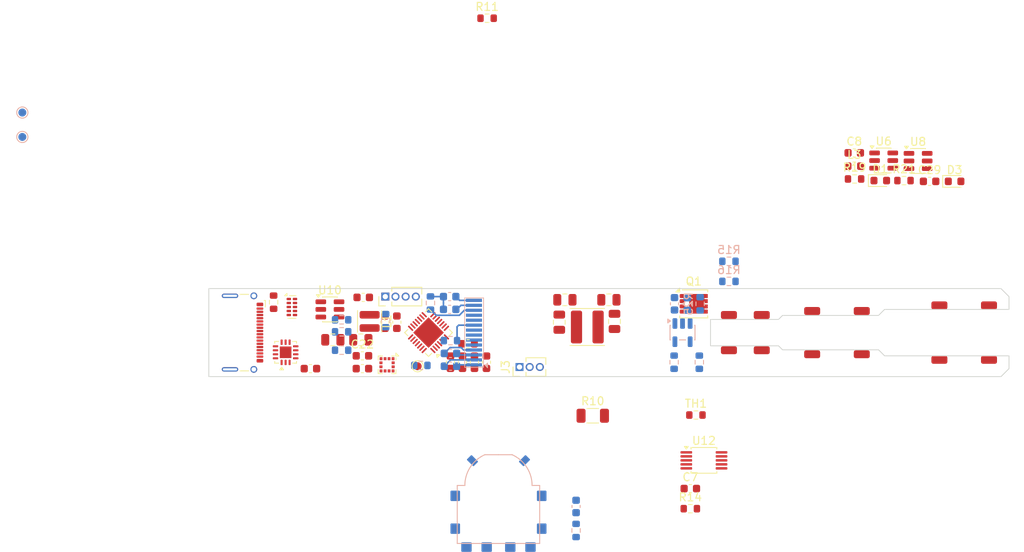
<source format=kicad_pcb>
(kicad_pcb
	(version 20241229)
	(generator "pcbnew")
	(generator_version "9.0")
	(general
		(thickness 1.6)
		(legacy_teardrops no)
	)
	(paper "A4")
	(layers
		(0 "F.Cu" signal)
		(4 "In1.Cu" signal)
		(6 "In2.Cu" signal)
		(2 "B.Cu" signal)
		(9 "F.Adhes" user "F.Adhesive")
		(11 "B.Adhes" user "B.Adhesive")
		(13 "F.Paste" user)
		(15 "B.Paste" user)
		(5 "F.SilkS" user "F.Silkscreen")
		(7 "B.SilkS" user "B.Silkscreen")
		(1 "F.Mask" user)
		(3 "B.Mask" user)
		(17 "Dwgs.User" user "User.Drawings")
		(19 "Cmts.User" user "User.Comments")
		(21 "Eco1.User" user "User.Eco1")
		(23 "Eco2.User" user "User.Eco2")
		(25 "Edge.Cuts" user)
		(27 "Margin" user)
		(31 "F.CrtYd" user "F.Courtyard")
		(29 "B.CrtYd" user "B.Courtyard")
		(35 "F.Fab" user)
		(33 "B.Fab" user)
		(39 "User.1" user)
		(41 "User.2" user)
		(43 "User.3" user)
		(45 "User.4" user)
	)
	(setup
		(stackup
			(layer "F.SilkS"
				(type "Top Silk Screen")
				(color "Black")
			)
			(layer "F.Paste"
				(type "Top Solder Paste")
			)
			(layer "F.Mask"
				(type "Top Solder Mask")
				(color "White")
				(thickness 0.01)
			)
			(layer "F.Cu"
				(type "copper")
				(thickness 0.035)
			)
			(layer "dielectric 1"
				(type "prepreg")
				(thickness 0.1)
				(material "FR4")
				(epsilon_r 4.5)
				(loss_tangent 0.02)
			)
			(layer "In1.Cu"
				(type "copper")
				(thickness 0.035)
			)
			(layer "dielectric 2"
				(type "core")
				(thickness 1.24)
				(material "FR4")
				(epsilon_r 4.5)
				(loss_tangent 0.02)
			)
			(layer "In2.Cu"
				(type "copper")
				(thickness 0.035)
			)
			(layer "dielectric 3"
				(type "prepreg")
				(thickness 0.1)
				(material "FR4")
				(epsilon_r 4.5)
				(loss_tangent 0.02)
			)
			(layer "B.Cu"
				(type "copper")
				(thickness 0.035)
			)
			(layer "B.Mask"
				(type "Bottom Solder Mask")
				(thickness 0.01)
			)
			(layer "B.Paste"
				(type "Bottom Solder Paste")
			)
			(layer "B.SilkS"
				(type "Bottom Silk Screen")
			)
			(copper_finish "None")
			(dielectric_constraints no)
		)
		(pad_to_mask_clearance 0)
		(allow_soldermask_bridges_in_footprints no)
		(tenting front back)
		(grid_origin 100.5 158.2)
		(pcbplotparams
			(layerselection 0x00000000_00000000_55555555_5755f5ff)
			(plot_on_all_layers_selection 0x00000000_00000000_00000000_00000000)
			(disableapertmacros no)
			(usegerberextensions no)
			(usegerberattributes yes)
			(usegerberadvancedattributes yes)
			(creategerberjobfile yes)
			(dashed_line_dash_ratio 12.000000)
			(dashed_line_gap_ratio 3.000000)
			(svgprecision 4)
			(plotframeref no)
			(mode 1)
			(useauxorigin no)
			(hpglpennumber 1)
			(hpglpenspeed 20)
			(hpglpendiameter 15.000000)
			(pdf_front_fp_property_popups yes)
			(pdf_back_fp_property_popups yes)
			(pdf_metadata yes)
			(pdf_single_document no)
			(dxfpolygonmode yes)
			(dxfimperialunits yes)
			(dxfusepcbnewfont yes)
			(psnegative no)
			(psa4output no)
			(plot_black_and_white yes)
			(sketchpadsonfab no)
			(plotpadnumbers no)
			(hidednponfab no)
			(sketchdnponfab yes)
			(crossoutdnponfab yes)
			(subtractmaskfromsilk no)
			(outputformat 1)
			(mirror no)
			(drillshape 1)
			(scaleselection 1)
			(outputdirectory "")
		)
	)
	(net 0 "")
	(net 1 "+3.3V")
	(net 2 "GND")
	(net 3 "VBUS")
	(net 4 "Net-(U10-SW)")
	(net 5 "Net-(U10-BST)")
	(net 6 "/NRST")
	(net 7 "/ENC_B")
	(net 8 "unconnected-(U1-PB0-Pad14)")
	(net 9 "/TC_FB")
	(net 10 "/BOOTSEL")
	(net 11 "Net-(C27-Pad2)")
	(net 12 "/SCL")
	(net 13 "/DISP_NRST")
	(net 14 "/SDA")
	(net 15 "/ENC_A")
	(net 16 "/TIP_H")
	(net 17 "/SWDIO")
	(net 18 "/D-")
	(net 19 "/D+")
	(net 20 "/HEATER_ON")
	(net 21 "/TIP_K")
	(net 22 "/CC2")
	(net 23 "/CC1")
	(net 24 "/LED_RING")
	(net 25 "/ACC_INT1")
	(net 26 "/SWCLK")
	(net 27 "/INT_N")
	(net 28 "/ACC_INT2")
	(net 29 "Net-(J4-Pin_13)")
	(net 30 "Net-(J4-Pin_2)")
	(net 31 "Net-(J4-Pin_1)")
	(net 32 "Net-(J4-Pin_4)")
	(net 33 "Net-(J4-Pin_3)")
	(net 34 "Net-(J4-Pin_14)")
	(net 35 "Net-(U7--)")
	(net 36 "Net-(J1-SHIELD)")
	(net 37 "unconnected-(J4-Pin_6-Pad6)")
	(net 38 "Net-(J4-Pin_12)")
	(net 39 "Net-(U7-+)")
	(net 40 "unconnected-(U5-~{CS}-Pad10)")
	(net 41 "/JDP")
	(net 42 "/JDN")
	(net 43 "unconnected-(U3-NC-Pad6)")
	(net 44 "unconnected-(U3-NC-Pad10)")
	(net 45 "unconnected-(U3-NC-Pad7)")
	(net 46 "unconnected-(U3-NC-Pad9)")
	(net 47 "Net-(J4-Pin_9)")
	(net 48 "Net-(U1-VDDA)")
	(net 49 "/VDRIVE")
	(net 50 "/NTC")
	(net 51 "unconnected-(U1-PB3-Pad24)")
	(net 52 "unconnected-(U1-PB1-Pad15)")
	(net 53 "Net-(U12-Vin-)")
	(net 54 "unconnected-(U1-PA15-Pad23)")
	(net 55 "unconnected-(U11-Pad0)")
	(net 56 "unconnected-(U1-PA6-Pad12)")
	(net 57 "Net-(Q1-D)")
	(net 58 "Net-(U8-VS)")
	(net 59 "Net-(Q1-G)")
	(net 60 "unconnected-(U11-Pad0)_1")
	(net 61 "unconnected-(U11-Pad0)_2")
	(net 62 "unconnected-(U11-Pad0)_3")
	(net 63 "unconnected-(U11-Pad0)_4")
	(net 64 "unconnected-(U11-Pad0)_5")
	(net 65 "/INA_ALERT")
	(net 66 "unconnected-(U1-PA2-Pad8)")
	(net 67 "/VDRIVE_ON")
	(net 68 "Net-(D1-K)")
	(net 69 "Net-(U6-FB)")
	(net 70 "unconnected-(U6-NC-Pad6)")
	(net 71 "Net-(D3-A)")
	(footprint "Capacitor_SMD:C_0603_1608Metric" (layer "F.Cu") (at 160.675 172.19))
	(footprint "Connector_Wire:SolderWirePad_1x01_SMD_1x2mm" (layer "F.Cu") (at 169.6 150.5 90))
	(footprint "Capacitor_SMD:C_0603_1608Metric" (layer "F.Cu") (at 122.5 151.4 -90))
	(footprint "Inductor_SMD:L_0603_1608Metric" (layer "F.Cu") (at 181.1625 131.9))
	(footprint "Package_SON:USON-10_2.5x1.0mm_P0.5mm" (layer "F.Cu") (at 110.885 149.5))
	(footprint "Capacitor_SMD:C_0603_1608Metric" (layer "F.Cu") (at 181.1625 130.24))
	(footprint "Connector_Wire:SolderWirePad_1x01_SMD_1x2mm" (layer "F.Cu") (at 182.1 155.4 90))
	(footprint "Package_SON:VSON-8_3.3x3.3mm_P0.65mm_NexFET" (layer "F.Cu") (at 161.1 149.1))
	(footprint "Capacitor_SMD:C_0805_2012Metric" (layer "F.Cu") (at 151.2 151.3 90))
	(footprint "Connector_Wire:SolderWirePad_1x01_SMD_1x2mm" (layer "F.Cu") (at 198 156.1 90))
	(footprint "Capacitor_SMD:C_0603_1608Metric" (layer "F.Cu") (at 135.2 156.4 -90))
	(footprint "Inductor_SMD:L_Changjiang_FTC252012S" (layer "F.Cu") (at 120.6 151.3 -90))
	(footprint "Connector_Wire:SolderWirePad_1x01_SMD_1x2mm" (layer "F.Cu") (at 175.9 150 90))
	(footprint "Resistor_SMD:R_0603_1608Metric" (layer "F.Cu") (at 181.2 133.5))
	(footprint "Capacitor_SMD:C_0805_2012Metric" (layer "F.Cu") (at 150.5 148.6))
	(footprint "Connector_Wire:SolderWirePad_1x01_SMD_1x2mm" (layer "F.Cu") (at 191.8 156.1 90))
	(footprint "Capacitor_SMD:C_0603_1608Metric" (layer "F.Cu") (at 190.575 133.8))
	(footprint "Capacitor_SMD:C_0603_1608Metric" (layer "F.Cu") (at 132.2 156.4 -90))
	(footprint "Inductor_SMD:L_Changjiang_FTC404030S" (layer "F.Cu") (at 147.8 152))
	(footprint "Connector_Wire:SolderWirePad_1x01_SMD_1x2mm" (layer "F.Cu") (at 169.6 154.9 90))
	(footprint "Connector_USB:USB_C_Receptacle_G-Switch_GT-USB-7025" (layer "F.Cu") (at 103.439427 152.7 -90))
	(footprint "Connector_Wire:SolderWirePad_1x01_SMD_1x2mm" (layer "F.Cu") (at 165.5 150.5 90))
	(footprint "Connector_Wire:SolderWirePad_1x01_SMD_1x2mm" (layer "F.Cu") (at 165.5 154.9 90))
	(footprint "Diode_SMD:D_0603_1608Metric" (layer "F.Cu") (at 184.4125 133.7))
	(footprint "Capacitor_SMD:C_0603_1608Metric" (layer "F.Cu") (at 133.7 156.4 -90))
	(footprint "Resistor_SMD:R_0603_1608Metric" (layer "F.Cu") (at 160.675 174.7))
	(footprint "Capacitor_SMD:C_0805_2012Metric" (layer "F.Cu") (at 145 148.6 180))
	(footprint "Package_TO_SOT_SMD:SOT-23-6" (layer "F.Cu") (at 189.1375 131.25))
	(footprint "Capacitor_SMD:C_0603_1608Metric" (layer "F.Cu") (at 130.7 156.4 -90))
	(footprint "Connector_PinHeader_1.27mm:PinHeader_1x03_P1.27mm_Vertical" (layer "F.Cu") (at 139.33 157 90))
	(footprint "Capacitor_SMD:C_0805_2012Metric" (layer "F.Cu") (at 144.3 151.4 90))
	(footprint "Diode_SMD:D_0603_1608Metric" (layer "F.Cu") (at 193.7 133.8))
	(footprint "Capacitor_SMD:C_0805_2012Metric" (layer "F.Cu") (at 119.5 153.6 180))
	(footprint "TestPoint:TestPoint_Pad_D1.0mm" (layer "F.Cu") (at 126.6 156.9))
	(footprint "Package_LGA:LGA-12_2x2mm_P0.5mm" (layer "F.Cu") (at 122.7775 156.7225 -90))
	(footprint "Package_DFN_QFN:WQFN-28-1EP_4x4mm_P0.4mm_EP2.7x2.7mm" (layer "F.Cu") (at 127.960831 152.7 135))
	(footprint "Connector_Wire:SolderWirePad_1x01_SMD_1x2mm" (layer "F.Cu") (at 198 149.3 90))
	(footprint "Connector_PinHeader_1.27mm:PinHeader_1x04_P1.27mm_Vertical" (layer "F.Cu") (at 122.56 148.2 90))
	(footprint "Connector_Wire:SolderWirePad_1x01_SMD_1x2mm" (layer "F.Cu") (at 175.9 155.4 90))
	(footprint "Capacitor_SMD:C_0603_1608Metric" (layer "F.Cu") (at 119.7 157.2 180))
	(footprint "Resistor_SMD:R_0603_1608Metric" (layer "F.Cu") (at 135.281359 113.413749))
	(footprint "Capacitor_SMD:C_0603_1608Metric" (layer "F.Cu") (at 124 151.4 -90))
	(footprint "Capacitor_SMD:C_0603_1608Metric" (layer "F.Cu") (at 113.2 157.2))
	(footprint "Connector_Wire:SolderWirePad_1x01_SMD_1x2mm" (layer "F.Cu") (at 182.1 150 90))
	(footprint "Capacitor_SMD:C_0603_1608Metric" (layer "F.Cu") (at 119.8 148.3 180))
	(footprint "Package_TO_SOT_SMD:SOT-23-6" (layer "F.Cu") (at 184.8375 131.2))
	(footprint "Connector_Wire:SolderWirePad_1x01_SMD_1x2mm" (layer "F.Cu") (at 191.8 149.3 90))
	(footprint "Package_SO:VSSOP-10_3x3mm_P0.5mm" (layer "F.Cu") (at 162.375 168.665))
	(footprint "Resistor_SMD:R_0603_1608Metric" (layer "F.Cu") (at 108.6 148.9 -90))
	(footprint "Capacitor_SMD:C_0603_1608Metric"
		(layer "F.Cu")
		(uuid "d0703a9f-927c-4ae6-8fb3-b5e0f6c5e3c0")
		(at 119.7 155.6)
		(descr "Capacitor SMD 0603 (1608 Metric), square (rectangular) end terminal, IPC-7351 nominal, (Body size source: IPC-SM-782 page 76, https://www.pcb-3d.com/wordpress/wp-content/uploads/ipc-sm-782a_amendment_1_and_2.pdf), generated with kicad-footprint-generator")
		(tags "capacitor")
		(property "Reference" "C22"
			(at 0 -1.43 0)
			(layer "F.SilkS")
			(uuid "d586d1b1-f8ab-4c7b-9644-af408561ee19")
			(effects
				(font
					(size 1 1)
					(thickness 0.15)
				)
			)
		)
		(property "Value" "100n"
			(at 0 1.43 0)
			(layer "F.Fab")
			(uuid "bf77985c-5719-42d8-8506-09c66b29f49b")
			(effects
				(font
					(size 1 1)
					(thickness 0.15)
				)
			)
		)
		(property "Datasheet" "~"
			(at 0 0 0)
			(layer "F.Fab")
			(hide yes)
			(uuid "4e06137a-b043-4bae-8c30-3c8814e5d767")
			(effects
				(font
					(size 1.27 1.27)
					(thickness 0.15)
				)
			)
		)
		(property "Description" "Unpolarized capacitor, small symbol"
			(at 0 0 0)
			(layer "F.Fab")
			(hide yes)
			(uuid "3b3286a6-2208-4d63-b31c-4d06f7a9f916")
			(effects
				(font
					(size 1.27 1.27)
					(thickness 0.15)
				)
			)
		)
		(property ki_fp_filters "C_*")
		(path "/175c66e4-1111-41d8-9f6b-602d421d90c7")
		(sheetname "/")
		(sheetfile "usbc_soldering_iron.kicad_sch")
		(attr smd)
		(fp_line
			(start -0.14058 -0.51)
			(end 0.14058 -0.51)
			(stroke
				(width 0.12)
				(type solid)
			)
			(layer "F.SilkS")
			(uuid "cfd55fd4-2f28-42bf-ab9d-c7d61547d8bd")
		)
		(fp_line
			(start -0.14058 0.51)
			(end 0.14058 0.51)
			(stroke
				(width 0.12)
				(type solid)
			)
			(layer "F.SilkS")
			(uuid "5a543146-3f62-402a-832e-de09b6ab371f")
		)
		(fp_rect
			(start -1.48 -0.73)
			(end 1.48 0.73)
			(stroke
				(width 0.05)
				(type solid)
			)
			(fill no)
			(layer "F.CrtYd")
			(uuid "f86f88bd-18f7-4125-b564-929f4a13e612")
		)
		(fp_rect
			(start -0.8 -0.4)
			(end 0.8 0.4)
			(stroke
				(width 0.1)
				(type solid)
			)
			(fill no)
			(layer "F.Fab")
			(uuid "7708840a-ffc6-4ded-a2f9-8a89fad1f8e4")
		)
		(fp_text user "${REFERENCE}"
			(at 0 0 0)
			(layer "F.Fab")
			(uuid "9061b793-3d2d-4a89-9cdd-af35185d0801")
			(effects
				(font
					(size 0.4 0.4)
					(thickness 0.06)
				)
			)
		)
		(pad "1" smd roundrect
			(
... [153703 chars truncated]
</source>
